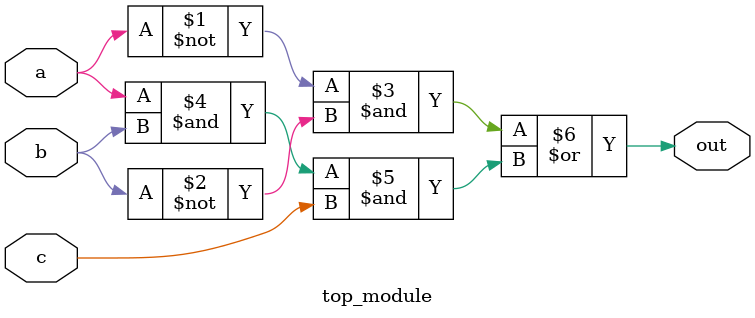
<source format=sv>
module top_module(
	input a, 
	input b,
	input c,
	output out
);

	assign out = (~a & ~b) | (a & b & c);

endmodule

</source>
